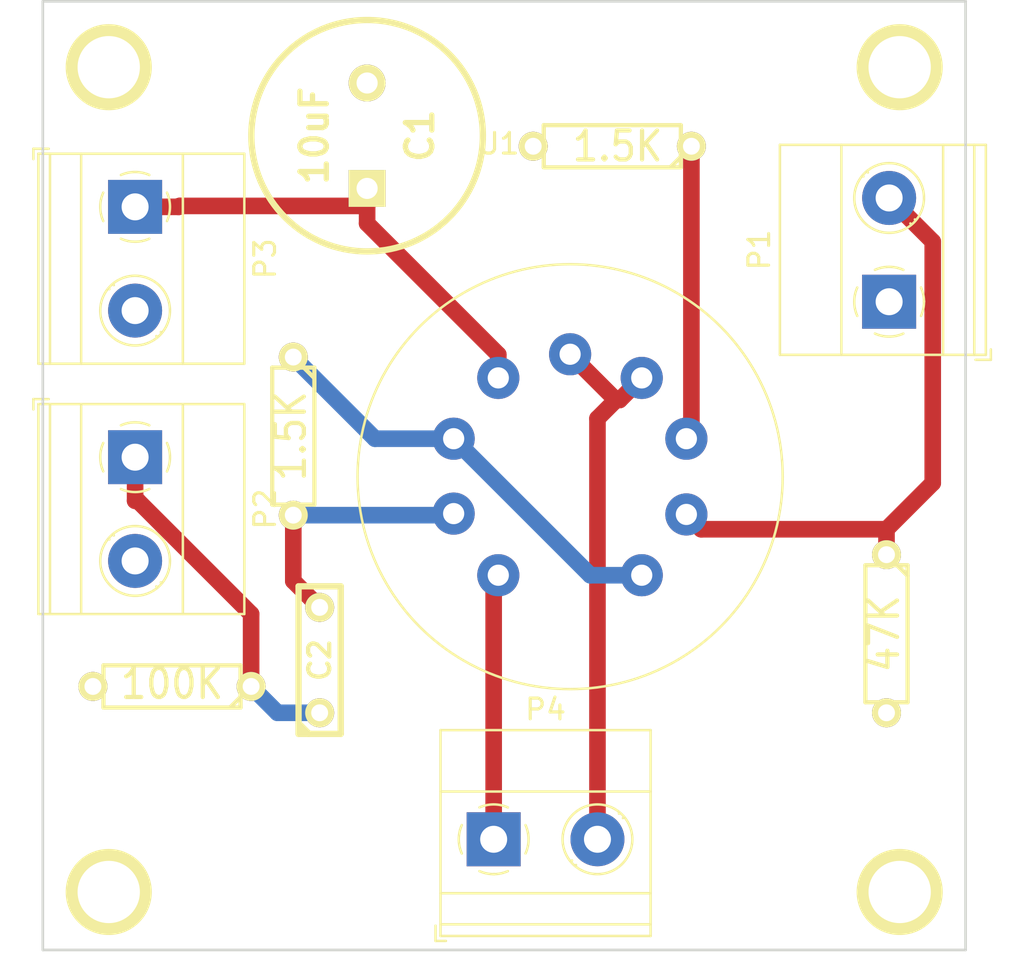
<source format=kicad_pcb>
(kicad_pcb (version 20171130) (host pcbnew 5.1.5-52549c5~84~ubuntu18.04.1)

  (general
    (thickness 1.6002)
    (drawings 4)
    (tracks 36)
    (zones 0)
    (modules 15)
    (nets 14)
  )

  (page A4)
  (layers
    (0 top_cu signal)
    (31 bottom_cu signal)
    (32 B.Adhes user)
    (33 F.Adhes user)
    (34 B.Paste user)
    (35 F.Paste user)
    (36 B.SilkS user)
    (37 F.SilkS user)
    (38 B.Mask user)
    (39 F.Mask user)
    (40 Dwgs.User user)
    (41 Cmts.User user)
    (42 Eco1.User user)
    (43 Eco2.User user)
    (44 Edge.Cuts user)
    (45 Margin user)
    (46 B.CrtYd user)
    (47 F.CrtYd user)
    (48 B.Fab user)
    (49 F.Fab user)
  )

  (setup
    (last_trace_width 0.8)
    (trace_clearance 0.4)
    (zone_clearance 0.635)
    (zone_45_only no)
    (trace_min 0.2)
    (via_size 1.2)
    (via_drill 0.6)
    (via_min_size 0.8)
    (via_min_drill 0.5)
    (uvia_size 0.508)
    (uvia_drill 0.127)
    (uvias_allowed no)
    (uvia_min_size 0.508)
    (uvia_min_drill 0.127)
    (edge_width 0.381)
    (segment_width 0.381)
    (pcb_text_width 0.3048)
    (pcb_text_size 1.524 2.032)
    (mod_edge_width 0.381)
    (mod_text_size 1.524 1.524)
    (mod_text_width 0.3048)
    (pad_size 2.794 1.397)
    (pad_drill 1.9304)
    (pad_to_mask_clearance 0.1)
    (aux_axis_origin 0 0)
    (visible_elements 7FFFFFFF)
    (pcbplotparams
      (layerselection 0x000f0_80000001)
      (usegerberextensions false)
      (usegerberattributes true)
      (usegerberadvancedattributes true)
      (creategerberjobfile true)
      (excludeedgelayer true)
      (linewidth 0.150000)
      (plotframeref false)
      (viasonmask false)
      (mode 1)
      (useauxorigin false)
      (hpglpennumber 1)
      (hpglpenspeed 20)
      (hpglpendiameter 15.000000)
      (psnegative false)
      (psa4output false)
      (plotreference true)
      (plotvalue true)
      (plotinvisibletext false)
      (padsonsilk false)
      (subtractmaskfromsilk false)
      (outputformat 1)
      (mirror false)
      (drillshape 0)
      (scaleselection 1)
      (outputdirectory ""))
  )

  (net 0 "")
  (net 1 GND)
  (net 2 "Net-(C1-Pad1)")
  (net 3 "Net-(C2-Pad1)")
  (net 4 "Net-(C2-Pad2)")
  (net 5 "Net-(P1-Pad2)")
  (net 6 "Net-(P4-Pad1)")
  (net 7 "Net-(P4-Pad2)")
  (net 8 "Net-(R1-Pad1)")
  (net 9 "Net-(R2-Pad1)")
  (net 10 "Net-(P5-Pad1)")
  (net 11 "Net-(P6-Pad1)")
  (net 12 "Net-(P7-Pad1)")
  (net 13 "Net-(P8-Pad1)")

  (net_class Default "Ceci est la Netclass par défaut"
    (clearance 0.4)
    (trace_width 0.8)
    (via_dia 1.2)
    (via_drill 0.6)
    (uvia_dia 0.508)
    (uvia_drill 0.127)
    (add_net GND)
    (add_net "Net-(C1-Pad1)")
    (add_net "Net-(C2-Pad1)")
    (add_net "Net-(C2-Pad2)")
    (add_net "Net-(P1-Pad2)")
    (add_net "Net-(P4-Pad1)")
    (add_net "Net-(P4-Pad2)")
    (add_net "Net-(P5-Pad1)")
    (add_net "Net-(P6-Pad1)")
    (add_net "Net-(P7-Pad1)")
    (add_net "Net-(P8-Pad1)")
    (add_net "Net-(R1-Pad1)")
    (add_net "Net-(R2-Pad1)")
  )

  (module Valve:Valve_ECC-83-1 (layer top_cu) (tedit 5A32B2BA) (tstamp 5A334CCC)
    (at 149.225 113.665)
    (descr "Valve ECC-83-1 round pins")
    (tags "Valve ECC-83-1 round pins")
    (path /48B4F266)
    (fp_text reference U1 (at -3.45 -16) (layer F.SilkS)
      (effects (font (size 1 1) (thickness 0.15)))
    )
    (fp_text value ECC83 (at -3.45 6.68) (layer F.Fab)
      (effects (font (size 1 1) (thickness 0.15)))
    )
    (fp_text user %R (at 0 0.05) (layer F.Fab)
      (effects (font (size 1 1) (thickness 0.15)))
    )
    (fp_circle (center 0 0.05) (end 0 -10.55) (layer F.CrtYd) (width 0.05))
    (fp_circle (center 0 0.05) (end 0 -10.1) (layer F.Fab) (width 0.1))
    (fp_circle (center 0 0.05) (end 10.16 1.32) (layer F.SilkS) (width 0.12))
    (pad 1 thru_hole circle (at 3.45 4.8) (size 2.03 2.03) (drill 1.02) (layers *.Cu *.Mask)
      (net 8 "Net-(R1-Pad1)"))
    (pad 2 thru_hole circle (at 5.6 1.87) (size 2.03 2.03) (drill 1.02) (layers *.Cu *.Mask)
      (net 5 "Net-(P1-Pad2)"))
    (pad 3 thru_hole circle (at 5.6 -1.78) (size 2.03 2.03) (drill 1.02) (layers *.Cu *.Mask)
      (net 9 "Net-(R2-Pad1)"))
    (pad 4 thru_hole circle (at 3.45 -4.71) (size 2.03 2.03) (drill 1.02) (layers *.Cu *.Mask)
      (net 7 "Net-(P4-Pad2)"))
    (pad 5 thru_hole circle (at 0 -5.85) (size 2.03 2.03) (drill 1.02) (layers *.Cu *.Mask)
      (net 7 "Net-(P4-Pad2)"))
    (pad 6 thru_hole circle (at -3.46 -4.71) (size 2.03 2.03) (drill 1.02) (layers *.Cu *.Mask)
      (net 2 "Net-(C1-Pad1)"))
    (pad 7 thru_hole circle (at -5.61 -1.78) (size 2.03 2.03) (drill 1.02) (layers *.Cu *.Mask)
      (net 8 "Net-(R1-Pad1)"))
    (pad 8 thru_hole circle (at -5.61 1.83) (size 2.03 2.03) (drill 1.02) (layers *.Cu *.Mask)
      (net 4 "Net-(C2-Pad2)"))
    (pad 9 thru_hole circle (at -3.46 4.8) (size 2.03 2.03) (drill 1.02) (layers *.Cu *.Mask)
      (net 6 "Net-(P4-Pad1)"))
    (model ${KISYS3DMOD}/Valve.3dshapes/Valve-ECC-83-1.wrl
      (at (xyz 0 0 0))
      (scale (xyz 1 1 1))
      (rotate (xyz 0 0 0))
    )
  )

  (module discret:R3 (layer top_cu) (tedit 54A57B4C) (tstamp 5A33370F)
    (at 130.048 123.825 180)
    (descr "Resitance 3 pas")
    (tags R)
    (path /4549F3AD)
    (autoplace_cost180 10)
    (fp_text reference R3 (at 0 0.127 180) (layer F.SilkS) hide
      (effects (font (size 1.397 1.27) (thickness 0.2032)))
    )
    (fp_text value 100K (at 0 0.127 180) (layer F.SilkS)
      (effects (font (size 1.397 1.27) (thickness 0.2032)))
    )
    (fp_line (start -3.81 0) (end -3.302 0) (layer F.SilkS) (width 0.2032))
    (fp_line (start 3.81 0) (end 3.302 0) (layer F.SilkS) (width 0.2032))
    (fp_line (start 3.302 0) (end 3.302 -1.016) (layer F.SilkS) (width 0.2032))
    (fp_line (start 3.302 -1.016) (end -3.302 -1.016) (layer F.SilkS) (width 0.2032))
    (fp_line (start -3.302 -1.016) (end -3.302 1.016) (layer F.SilkS) (width 0.2032))
    (fp_line (start -3.302 1.016) (end 3.302 1.016) (layer F.SilkS) (width 0.2032))
    (fp_line (start 3.302 1.016) (end 3.302 0) (layer F.SilkS) (width 0.2032))
    (fp_line (start -3.302 -0.508) (end -2.794 -1.016) (layer F.SilkS) (width 0.2032))
    (pad 1 thru_hole circle (at -3.81 0 180) (size 1.397 1.397) (drill 0.8128) (layers *.Cu *.Mask F.SilkS)
      (net 3 "Net-(C2-Pad1)"))
    (pad 2 thru_hole circle (at 3.81 0 180) (size 1.397 1.397) (drill 0.8128) (layers *.Cu *.Mask F.SilkS)
      (net 1 GND))
    (model Discret.3dshapes/R3.wrl
      (at (xyz 0 0 0))
      (scale (xyz 0.3 0.3 0.3))
      (rotate (xyz 0 0 0))
    )
  )

  (module TerminalBlock_Phoenix:TerminalBlock_Phoenix_MKDS-1,5-2_1x02_P5.00mm_Horizontal (layer top_cu) (tedit 5A082035) (tstamp 5A332F3A)
    (at 145.542 131.191)
    (descr "Terminal Block Phoenix MKDS-1,5-2, 2 pins, pitch 05mm, size 10.0x9.8mm^2, drill diamater 1.3mm, pad diameter 2.6mm, see http://www.farnell.com/datasheets/100425.pdf, script-generated using https://github.com/pointhi/kicad-footprint-generator/scripts/TerminalBlock_Phoenix")
    (tags "THT Terminal Block Phoenix MKDS-1.5-2 pitch 05mm size 10.0x9.8mm^2 drill 1.3mm pad 2.6mm")
    (path /456A8ACC)
    (fp_text reference P4 (at 2.5 -6.26) (layer F.SilkS)
      (effects (font (size 1 1) (thickness 0.15)))
    )
    (fp_text value CONN_2 (at 2.5 5.66) (layer F.Fab)
      (effects (font (size 1 1) (thickness 0.15)))
    )
    (fp_text user %R (at 2.5 3.2) (layer F.Fab)
      (effects (font (size 1 1) (thickness 0.15)))
    )
    (fp_line (start 8 -5.75) (end -3 -5.75) (layer F.CrtYd) (width 0.05))
    (fp_line (start 8 5.1) (end 8 -5.75) (layer F.CrtYd) (width 0.05))
    (fp_line (start -3 5.1) (end 8 5.1) (layer F.CrtYd) (width 0.05))
    (fp_line (start -3 -5.75) (end -3 5.1) (layer F.CrtYd) (width 0.05))
    (fp_line (start -2.8 4.9) (end -2.3 4.9) (layer F.SilkS) (width 0.12))
    (fp_line (start -2.8 4.16) (end -2.8 4.9) (layer F.SilkS) (width 0.12))
    (fp_line (start 3.773 1.023) (end 3.726 1.069) (layer F.SilkS) (width 0.12))
    (fp_line (start 6.07 -1.275) (end 6.035 -1.239) (layer F.SilkS) (width 0.12))
    (fp_line (start 3.966 1.239) (end 3.931 1.274) (layer F.SilkS) (width 0.12))
    (fp_line (start 6.275 -1.069) (end 6.228 -1.023) (layer F.SilkS) (width 0.12))
    (fp_line (start 5.955 -1.138) (end 3.863 0.955) (layer F.Fab) (width 0.1))
    (fp_line (start 6.138 -0.955) (end 4.046 1.138) (layer F.Fab) (width 0.1))
    (fp_line (start 0.955 -1.138) (end -1.138 0.955) (layer F.Fab) (width 0.1))
    (fp_line (start 1.138 -0.955) (end -0.955 1.138) (layer F.Fab) (width 0.1))
    (fp_line (start 7.56 -5.261) (end 7.56 4.66) (layer F.SilkS) (width 0.12))
    (fp_line (start -2.56 -5.261) (end -2.56 4.66) (layer F.SilkS) (width 0.12))
    (fp_line (start -2.56 4.66) (end 7.56 4.66) (layer F.SilkS) (width 0.12))
    (fp_line (start -2.56 -5.261) (end 7.56 -5.261) (layer F.SilkS) (width 0.12))
    (fp_line (start -2.56 -2.301) (end 7.56 -2.301) (layer F.SilkS) (width 0.12))
    (fp_line (start -2.5 -2.3) (end 7.5 -2.3) (layer F.Fab) (width 0.1))
    (fp_line (start -2.56 2.6) (end 7.56 2.6) (layer F.SilkS) (width 0.12))
    (fp_line (start -2.5 2.6) (end 7.5 2.6) (layer F.Fab) (width 0.1))
    (fp_line (start -2.56 4.1) (end 7.56 4.1) (layer F.SilkS) (width 0.12))
    (fp_line (start -2.5 4.1) (end 7.5 4.1) (layer F.Fab) (width 0.1))
    (fp_line (start -2.5 4.1) (end -2.5 -5.2) (layer F.Fab) (width 0.1))
    (fp_line (start -2 4.6) (end -2.5 4.1) (layer F.Fab) (width 0.1))
    (fp_line (start 7.5 4.6) (end -2 4.6) (layer F.Fab) (width 0.1))
    (fp_line (start 7.5 -5.2) (end 7.5 4.6) (layer F.Fab) (width 0.1))
    (fp_line (start -2.5 -5.2) (end 7.5 -5.2) (layer F.Fab) (width 0.1))
    (fp_circle (center 5 0) (end 6.68 0) (layer F.SilkS) (width 0.12))
    (fp_circle (center 5 0) (end 6.5 0) (layer F.Fab) (width 0.1))
    (fp_circle (center 0 0) (end 1.5 0) (layer F.Fab) (width 0.1))
    (fp_arc (start 0 0) (end -0.684 1.535) (angle -25) (layer F.SilkS) (width 0.12))
    (fp_arc (start 0 0) (end -1.535 -0.684) (angle -48) (layer F.SilkS) (width 0.12))
    (fp_arc (start 0 0) (end 0.684 -1.535) (angle -48) (layer F.SilkS) (width 0.12))
    (fp_arc (start 0 0) (end 1.535 0.684) (angle -48) (layer F.SilkS) (width 0.12))
    (fp_arc (start 0 0) (end 0 1.68) (angle -24) (layer F.SilkS) (width 0.12))
    (pad 2 thru_hole circle (at 5 0) (size 2.6 2.6) (drill 1.3) (layers *.Cu *.Mask)
      (net 7 "Net-(P4-Pad2)"))
    (pad 1 thru_hole rect (at 0 0) (size 2.6 2.6) (drill 1.3) (layers *.Cu *.Mask)
      (net 6 "Net-(P4-Pad1)"))
    (model ${KISYS3DMOD}/Terminal_Blocks.3dshapes/TerminalBlock_Pheonix_MKDS1.5-2pol.wrl
      (offset (xyz 2.54 0 0))
      (scale (xyz 1 1 1))
      (rotate (xyz 0 0 0))
    )
  )

  (module TerminalBlock_Phoenix:TerminalBlock_Phoenix_MKDS-1,5-2_1x02_P5.00mm_Horizontal (layer top_cu) (tedit 5A082035) (tstamp 5A332F0F)
    (at 128.27 100.711 270)
    (descr "Terminal Block Phoenix MKDS-1,5-2, 2 pins, pitch 05mm, size 10.0x9.8mm^2, drill diamater 1.3mm, pad diameter 2.6mm, see http://www.farnell.com/datasheets/100425.pdf, script-generated using https://github.com/pointhi/kicad-footprint-generator/scripts/TerminalBlock_Phoenix")
    (tags "THT Terminal Block Phoenix MKDS-1.5-2 pitch 05mm size 10.0x9.8mm^2 drill 1.3mm pad 2.6mm")
    (path /4549F4A5)
    (fp_text reference P3 (at 2.5 -6.26 270) (layer F.SilkS)
      (effects (font (size 1 1) (thickness 0.15)))
    )
    (fp_text value POWER (at 2.5 5.66 270) (layer F.Fab)
      (effects (font (size 1 1) (thickness 0.15)))
    )
    (fp_arc (start 0 0) (end 0 1.68) (angle -24) (layer F.SilkS) (width 0.12))
    (fp_arc (start 0 0) (end 1.535 0.684) (angle -48) (layer F.SilkS) (width 0.12))
    (fp_arc (start 0 0) (end 0.684 -1.535) (angle -48) (layer F.SilkS) (width 0.12))
    (fp_arc (start 0 0) (end -1.535 -0.684) (angle -48) (layer F.SilkS) (width 0.12))
    (fp_arc (start 0 0) (end -0.684 1.535) (angle -25) (layer F.SilkS) (width 0.12))
    (fp_circle (center 0 0) (end 1.5 0) (layer F.Fab) (width 0.1))
    (fp_circle (center 5 0) (end 6.5 0) (layer F.Fab) (width 0.1))
    (fp_circle (center 5 0) (end 6.68 0) (layer F.SilkS) (width 0.12))
    (fp_line (start -2.5 -5.2) (end 7.5 -5.2) (layer F.Fab) (width 0.1))
    (fp_line (start 7.5 -5.2) (end 7.5 4.6) (layer F.Fab) (width 0.1))
    (fp_line (start 7.5 4.6) (end -2 4.6) (layer F.Fab) (width 0.1))
    (fp_line (start -2 4.6) (end -2.5 4.1) (layer F.Fab) (width 0.1))
    (fp_line (start -2.5 4.1) (end -2.5 -5.2) (layer F.Fab) (width 0.1))
    (fp_line (start -2.5 4.1) (end 7.5 4.1) (layer F.Fab) (width 0.1))
    (fp_line (start -2.56 4.1) (end 7.56 4.1) (layer F.SilkS) (width 0.12))
    (fp_line (start -2.5 2.6) (end 7.5 2.6) (layer F.Fab) (width 0.1))
    (fp_line (start -2.56 2.6) (end 7.56 2.6) (layer F.SilkS) (width 0.12))
    (fp_line (start -2.5 -2.3) (end 7.5 -2.3) (layer F.Fab) (width 0.1))
    (fp_line (start -2.56 -2.301) (end 7.56 -2.301) (layer F.SilkS) (width 0.12))
    (fp_line (start -2.56 -5.261) (end 7.56 -5.261) (layer F.SilkS) (width 0.12))
    (fp_line (start -2.56 4.66) (end 7.56 4.66) (layer F.SilkS) (width 0.12))
    (fp_line (start -2.56 -5.261) (end -2.56 4.66) (layer F.SilkS) (width 0.12))
    (fp_line (start 7.56 -5.261) (end 7.56 4.66) (layer F.SilkS) (width 0.12))
    (fp_line (start 1.138 -0.955) (end -0.955 1.138) (layer F.Fab) (width 0.1))
    (fp_line (start 0.955 -1.138) (end -1.138 0.955) (layer F.Fab) (width 0.1))
    (fp_line (start 6.138 -0.955) (end 4.046 1.138) (layer F.Fab) (width 0.1))
    (fp_line (start 5.955 -1.138) (end 3.863 0.955) (layer F.Fab) (width 0.1))
    (fp_line (start 6.275 -1.069) (end 6.228 -1.023) (layer F.SilkS) (width 0.12))
    (fp_line (start 3.966 1.239) (end 3.931 1.274) (layer F.SilkS) (width 0.12))
    (fp_line (start 6.07 -1.275) (end 6.035 -1.239) (layer F.SilkS) (width 0.12))
    (fp_line (start 3.773 1.023) (end 3.726 1.069) (layer F.SilkS) (width 0.12))
    (fp_line (start -2.8 4.16) (end -2.8 4.9) (layer F.SilkS) (width 0.12))
    (fp_line (start -2.8 4.9) (end -2.3 4.9) (layer F.SilkS) (width 0.12))
    (fp_line (start -3 -5.75) (end -3 5.1) (layer F.CrtYd) (width 0.05))
    (fp_line (start -3 5.1) (end 8 5.1) (layer F.CrtYd) (width 0.05))
    (fp_line (start 8 5.1) (end 8 -5.75) (layer F.CrtYd) (width 0.05))
    (fp_line (start 8 -5.75) (end -3 -5.75) (layer F.CrtYd) (width 0.05))
    (fp_text user %R (at 2.5 3.2 270) (layer F.Fab)
      (effects (font (size 1 1) (thickness 0.15)))
    )
    (pad 1 thru_hole rect (at 0 0 270) (size 2.6 2.6) (drill 1.3) (layers *.Cu *.Mask)
      (net 2 "Net-(C1-Pad1)"))
    (pad 2 thru_hole circle (at 5 0 270) (size 2.6 2.6) (drill 1.3) (layers *.Cu *.Mask)
      (net 1 GND))
    (model ${KISYS3DMOD}/Terminal_Blocks.3dshapes/TerminalBlock_Pheonix_MKDS1.5-2pol.wrl
      (offset (xyz 2.54 0 0))
      (scale (xyz 1 1 1))
      (rotate (xyz 0 0 0))
    )
  )

  (module TerminalBlock_Phoenix:TerminalBlock_Phoenix_MKDS-1,5-2_1x02_P5.00mm_Horizontal (layer top_cu) (tedit 5A082035) (tstamp 5A332EE4)
    (at 128.27 112.776 270)
    (descr "Terminal Block Phoenix MKDS-1,5-2, 2 pins, pitch 05mm, size 10.0x9.8mm^2, drill diamater 1.3mm, pad diameter 2.6mm, see http://www.farnell.com/datasheets/100425.pdf, script-generated using https://github.com/pointhi/kicad-footprint-generator/scripts/TerminalBlock_Phoenix")
    (tags "THT Terminal Block Phoenix MKDS-1.5-2 pitch 05mm size 10.0x9.8mm^2 drill 1.3mm pad 2.6mm")
    (path /4549F46C)
    (fp_text reference P2 (at 2.5 -6.26 270) (layer F.SilkS)
      (effects (font (size 1 1) (thickness 0.15)))
    )
    (fp_text value OUT (at 2.5 5.66 270) (layer F.Fab)
      (effects (font (size 1 1) (thickness 0.15)))
    )
    (fp_text user %R (at 2.5 3.2 270) (layer F.Fab)
      (effects (font (size 1 1) (thickness 0.15)))
    )
    (fp_line (start 8 -5.75) (end -3 -5.75) (layer F.CrtYd) (width 0.05))
    (fp_line (start 8 5.1) (end 8 -5.75) (layer F.CrtYd) (width 0.05))
    (fp_line (start -3 5.1) (end 8 5.1) (layer F.CrtYd) (width 0.05))
    (fp_line (start -3 -5.75) (end -3 5.1) (layer F.CrtYd) (width 0.05))
    (fp_line (start -2.8 4.9) (end -2.3 4.9) (layer F.SilkS) (width 0.12))
    (fp_line (start -2.8 4.16) (end -2.8 4.9) (layer F.SilkS) (width 0.12))
    (fp_line (start 3.773 1.023) (end 3.726 1.069) (layer F.SilkS) (width 0.12))
    (fp_line (start 6.07 -1.275) (end 6.035 -1.239) (layer F.SilkS) (width 0.12))
    (fp_line (start 3.966 1.239) (end 3.931 1.274) (layer F.SilkS) (width 0.12))
    (fp_line (start 6.275 -1.069) (end 6.228 -1.023) (layer F.SilkS) (width 0.12))
    (fp_line (start 5.955 -1.138) (end 3.863 0.955) (layer F.Fab) (width 0.1))
    (fp_line (start 6.138 -0.955) (end 4.046 1.138) (layer F.Fab) (width 0.1))
    (fp_line (start 0.955 -1.138) (end -1.138 0.955) (layer F.Fab) (width 0.1))
    (fp_line (start 1.138 -0.955) (end -0.955 1.138) (layer F.Fab) (width 0.1))
    (fp_line (start 7.56 -5.261) (end 7.56 4.66) (layer F.SilkS) (width 0.12))
    (fp_line (start -2.56 -5.261) (end -2.56 4.66) (layer F.SilkS) (width 0.12))
    (fp_line (start -2.56 4.66) (end 7.56 4.66) (layer F.SilkS) (width 0.12))
    (fp_line (start -2.56 -5.261) (end 7.56 -5.261) (layer F.SilkS) (width 0.12))
    (fp_line (start -2.56 -2.301) (end 7.56 -2.301) (layer F.SilkS) (width 0.12))
    (fp_line (start -2.5 -2.3) (end 7.5 -2.3) (layer F.Fab) (width 0.1))
    (fp_line (start -2.56 2.6) (end 7.56 2.6) (layer F.SilkS) (width 0.12))
    (fp_line (start -2.5 2.6) (end 7.5 2.6) (layer F.Fab) (width 0.1))
    (fp_line (start -2.56 4.1) (end 7.56 4.1) (layer F.SilkS) (width 0.12))
    (fp_line (start -2.5 4.1) (end 7.5 4.1) (layer F.Fab) (width 0.1))
    (fp_line (start -2.5 4.1) (end -2.5 -5.2) (layer F.Fab) (width 0.1))
    (fp_line (start -2 4.6) (end -2.5 4.1) (layer F.Fab) (width 0.1))
    (fp_line (start 7.5 4.6) (end -2 4.6) (layer F.Fab) (width 0.1))
    (fp_line (start 7.5 -5.2) (end 7.5 4.6) (layer F.Fab) (width 0.1))
    (fp_line (start -2.5 -5.2) (end 7.5 -5.2) (layer F.Fab) (width 0.1))
    (fp_circle (center 5 0) (end 6.68 0) (layer F.SilkS) (width 0.12))
    (fp_circle (center 5 0) (end 6.5 0) (layer F.Fab) (width 0.1))
    (fp_circle (center 0 0) (end 1.5 0) (layer F.Fab) (width 0.1))
    (fp_arc (start 0 0) (end -0.684 1.535) (angle -25) (layer F.SilkS) (width 0.12))
    (fp_arc (start 0 0) (end -1.535 -0.684) (angle -48) (layer F.SilkS) (width 0.12))
    (fp_arc (start 0 0) (end 0.684 -1.535) (angle -48) (layer F.SilkS) (width 0.12))
    (fp_arc (start 0 0) (end 1.535 0.684) (angle -48) (layer F.SilkS) (width 0.12))
    (fp_arc (start 0 0) (end 0 1.68) (angle -24) (layer F.SilkS) (width 0.12))
    (pad 2 thru_hole circle (at 5 0 270) (size 2.6 2.6) (drill 1.3) (layers *.Cu *.Mask)
      (net 1 GND))
    (pad 1 thru_hole rect (at 0 0 270) (size 2.6 2.6) (drill 1.3) (layers *.Cu *.Mask)
      (net 3 "Net-(C2-Pad1)"))
    (model ${KISYS3DMOD}/Terminal_Blocks.3dshapes/TerminalBlock_Pheonix_MKDS1.5-2pol.wrl
      (offset (xyz 2.54 0 0))
      (scale (xyz 1 1 1))
      (rotate (xyz 0 0 0))
    )
  )

  (module TerminalBlock_Phoenix:TerminalBlock_Phoenix_MKDS-1,5-2_1x02_P5.00mm_Horizontal (layer top_cu) (tedit 5A082035) (tstamp 5A332EB9)
    (at 164.592 105.283 90)
    (descr "Terminal Block Phoenix MKDS-1,5-2, 2 pins, pitch 05mm, size 10.0x9.8mm^2, drill diamater 1.3mm, pad diameter 2.6mm, see http://www.farnell.com/datasheets/100425.pdf, script-generated using https://github.com/pointhi/kicad-footprint-generator/scripts/TerminalBlock_Phoenix")
    (tags "THT Terminal Block Phoenix MKDS-1.5-2 pitch 05mm size 10.0x9.8mm^2 drill 1.3mm pad 2.6mm")
    (path /4549F464)
    (fp_text reference P1 (at 2.5 -6.26 90) (layer F.SilkS)
      (effects (font (size 1 1) (thickness 0.15)))
    )
    (fp_text value IN (at 2.5 5.66 90) (layer F.Fab)
      (effects (font (size 1 1) (thickness 0.15)))
    )
    (fp_arc (start 0 0) (end 0 1.68) (angle -24) (layer F.SilkS) (width 0.12))
    (fp_arc (start 0 0) (end 1.535 0.684) (angle -48) (layer F.SilkS) (width 0.12))
    (fp_arc (start 0 0) (end 0.684 -1.535) (angle -48) (layer F.SilkS) (width 0.12))
    (fp_arc (start 0 0) (end -1.535 -0.684) (angle -48) (layer F.SilkS) (width 0.12))
    (fp_arc (start 0 0) (end -0.684 1.535) (angle -25) (layer F.SilkS) (width 0.12))
    (fp_circle (center 0 0) (end 1.5 0) (layer F.Fab) (width 0.1))
    (fp_circle (center 5 0) (end 6.5 0) (layer F.Fab) (width 0.1))
    (fp_circle (center 5 0) (end 6.68 0) (layer F.SilkS) (width 0.12))
    (fp_line (start -2.5 -5.2) (end 7.5 -5.2) (layer F.Fab) (width 0.1))
    (fp_line (start 7.5 -5.2) (end 7.5 4.6) (layer F.Fab) (width 0.1))
    (fp_line (start 7.5 4.6) (end -2 4.6) (layer F.Fab) (width 0.1))
    (fp_line (start -2 4.6) (end -2.5 4.1) (layer F.Fab) (width 0.1))
    (fp_line (start -2.5 4.1) (end -2.5 -5.2) (layer F.Fab) (width 0.1))
    (fp_line (start -2.5 4.1) (end 7.5 4.1) (layer F.Fab) (width 0.1))
    (fp_line (start -2.56 4.1) (end 7.56 4.1) (layer F.SilkS) (width 0.12))
    (fp_line (start -2.5 2.6) (end 7.5 2.6) (layer F.Fab) (width 0.1))
    (fp_line (start -2.56 2.6) (end 7.56 2.6) (layer F.SilkS) (width 0.12))
    (fp_line (start -2.5 -2.3) (end 7.5 -2.3) (layer F.Fab) (width 0.1))
    (fp_line (start -2.56 -2.301) (end 7.56 -2.301) (layer F.SilkS) (width 0.12))
    (fp_line (start -2.56 -5.261) (end 7.56 -5.261) (layer F.SilkS) (width 0.12))
    (fp_line (start -2.56 4.66) (end 7.56 4.66) (layer F.SilkS) (width 0.12))
    (fp_line (start -2.56 -5.261) (end -2.56 4.66) (layer F.SilkS) (width 0.12))
    (fp_line (start 7.56 -5.261) (end 7.56 4.66) (layer F.SilkS) (width 0.12))
    (fp_line (start 1.138 -0.955) (end -0.955 1.138) (layer F.Fab) (width 0.1))
    (fp_line (start 0.955 -1.138) (end -1.138 0.955) (layer F.Fab) (width 0.1))
    (fp_line (start 6.138 -0.955) (end 4.046 1.138) (layer F.Fab) (width 0.1))
    (fp_line (start 5.955 -1.138) (end 3.863 0.955) (layer F.Fab) (width 0.1))
    (fp_line (start 6.275 -1.069) (end 6.228 -1.023) (layer F.SilkS) (width 0.12))
    (fp_line (start 3.966 1.239) (end 3.931 1.274) (layer F.SilkS) (width 0.12))
    (fp_line (start 6.07 -1.275) (end 6.035 -1.239) (layer F.SilkS) (width 0.12))
    (fp_line (start 3.773 1.023) (end 3.726 1.069) (layer F.SilkS) (width 0.12))
    (fp_line (start -2.8 4.16) (end -2.8 4.9) (layer F.SilkS) (width 0.12))
    (fp_line (start -2.8 4.9) (end -2.3 4.9) (layer F.SilkS) (width 0.12))
    (fp_line (start -3 -5.75) (end -3 5.1) (layer F.CrtYd) (width 0.05))
    (fp_line (start -3 5.1) (end 8 5.1) (layer F.CrtYd) (width 0.05))
    (fp_line (start 8 5.1) (end 8 -5.75) (layer F.CrtYd) (width 0.05))
    (fp_line (start 8 -5.75) (end -3 -5.75) (layer F.CrtYd) (width 0.05))
    (fp_text user %R (at 2.5 3.2 90) (layer F.Fab)
      (effects (font (size 1 1) (thickness 0.15)))
    )
    (pad 1 thru_hole rect (at 0 0 90) (size 2.6 2.6) (drill 1.3) (layers *.Cu *.Mask)
      (net 1 GND))
    (pad 2 thru_hole circle (at 5 0 90) (size 2.6 2.6) (drill 1.3) (layers *.Cu *.Mask)
      (net 5 "Net-(P1-Pad2)"))
    (model ${KISYS3DMOD}/Terminal_Blocks.3dshapes/TerminalBlock_Pheonix_MKDS1.5-2pol.wrl
      (offset (xyz 2.54 0 0))
      (scale (xyz 1 1 1))
      (rotate (xyz 0 0 0))
    )
  )

  (module discret:C2V10 (layer top_cu) (tedit 54A57B4C) (tstamp 54A581E5)
    (at 139.446 97.282 90)
    (descr "Condensateur polarise")
    (tags CP)
    (path /4549F4BE)
    (fp_text reference C1 (at 0 2.54 90) (layer F.SilkS)
      (effects (font (size 1.27 1.27) (thickness 0.254)))
    )
    (fp_text value 10uF (at 0 -2.54 90) (layer F.SilkS)
      (effects (font (size 1.27 1.27) (thickness 0.254)))
    )
    (fp_circle (center 0 0) (end 4.826 -2.794) (layer F.SilkS) (width 0.3048))
    (pad 1 thru_hole rect (at -2.54 0 90) (size 1.778 1.778) (drill 1.016) (layers *.Cu *.Mask F.SilkS)
      (net 2 "Net-(C1-Pad1)"))
    (pad 2 thru_hole circle (at 2.54 0 90) (size 1.778 1.778) (drill 1.016) (layers *.Cu *.Mask F.SilkS)
      (net 1 GND))
    (model Discret.3dshapes/C2V10.wrl
      (at (xyz 0 0 0))
      (scale (xyz 1 1 1))
      (rotate (xyz 0 0 0))
    )
  )

  (module discret:C2 (layer top_cu) (tedit 54A57B4C) (tstamp 54A581EA)
    (at 137.16 122.555 90)
    (descr "Condensateur = 2 pas")
    (tags C)
    (path /4549F3BE)
    (fp_text reference C2 (at 0 0 90) (layer F.SilkS)
      (effects (font (size 1.016 1.016) (thickness 0.2032)))
    )
    (fp_text value 680nF (at 0 0 90) (layer F.SilkS) hide
      (effects (font (size 1.016 1.016) (thickness 0.2032)))
    )
    (fp_line (start -3.556 -1.016) (end 3.556 -1.016) (layer F.SilkS) (width 0.3048))
    (fp_line (start 3.556 -1.016) (end 3.556 1.016) (layer F.SilkS) (width 0.3048))
    (fp_line (start 3.556 1.016) (end -3.556 1.016) (layer F.SilkS) (width 0.3048))
    (fp_line (start -3.556 1.016) (end -3.556 -1.016) (layer F.SilkS) (width 0.3048))
    (fp_line (start -3.556 -0.508) (end -3.048 -1.016) (layer F.SilkS) (width 0.3048))
    (pad 1 thru_hole circle (at -2.54 0 90) (size 1.397 1.397) (drill 0.8128) (layers *.Cu *.Mask F.SilkS)
      (net 3 "Net-(C2-Pad1)"))
    (pad 2 thru_hole circle (at 2.54 0 90) (size 1.397 1.397) (drill 0.8128) (layers *.Cu *.Mask F.SilkS)
      (net 4 "Net-(C2-Pad2)"))
    (model Discret.3dshapes/C2.wrl
      (at (xyz 0 0 0))
      (scale (xyz 1 1 1))
      (rotate (xyz 0 0 0))
    )
  )

  (module connect:1pin (layer top_cu) (tedit 54A588DF) (tstamp 54A58203)
    (at 127 93.98)
    (descr "module 1 pin (ou trou mecanique de percage)")
    (tags DEV)
    (path /54A5890A)
    (fp_text reference P5 (at 0 -3) (layer F.SilkS) hide
      (effects (font (size 1 1) (thickness 0.15)))
    )
    (fp_text value CONN_1 (at 0 2) (layer F.SilkS) hide
      (effects (font (size 1 1) (thickness 0.15)))
    )
    (fp_circle (center 0 0) (end 0 -2) (layer F.SilkS) (width 0.15))
    (pad 1 thru_hole circle (at 0 0) (size 4 4) (drill 3) (layers *.Cu *.Mask F.SilkS)
      (net 10 "Net-(P5-Pad1)"))
  )

  (module connect:1pin (layer top_cu) (tedit 54A588E7) (tstamp 54A58207)
    (at 165.1 93.98)
    (descr "module 1 pin (ou trou mecanique de percage)")
    (tags DEV)
    (path /54A58C65)
    (fp_text reference P6 (at 0 -3) (layer F.SilkS) hide
      (effects (font (size 1 1) (thickness 0.15)))
    )
    (fp_text value CONN_1 (at 0 2) (layer F.SilkS) hide
      (effects (font (size 1 1) (thickness 0.15)))
    )
    (fp_circle (center 0 0) (end 0 -2) (layer F.SilkS) (width 0.15))
    (pad 1 thru_hole circle (at 0 0) (size 4 4) (drill 3) (layers *.Cu *.Mask F.SilkS)
      (net 11 "Net-(P6-Pad1)"))
  )

  (module connect:1pin (layer top_cu) (tedit 54A588EE) (tstamp 54A5820B)
    (at 165.1 133.731)
    (descr "module 1 pin (ou trou mecanique de percage)")
    (tags DEV)
    (path /54A58C8A)
    (fp_text reference P7 (at 0 -3) (layer F.SilkS) hide
      (effects (font (size 1 1) (thickness 0.15)))
    )
    (fp_text value CONN_1 (at 0 2) (layer F.SilkS) hide
      (effects (font (size 1 1) (thickness 0.15)))
    )
    (fp_circle (center 0 0) (end 0 -2) (layer F.SilkS) (width 0.15))
    (pad 1 thru_hole circle (at 0 0) (size 4 4) (drill 3) (layers *.Cu *.Mask F.SilkS)
      (net 12 "Net-(P7-Pad1)"))
  )

  (module connect:1pin (layer top_cu) (tedit 54A588F3) (tstamp 54A5820F)
    (at 127 133.731)
    (descr "module 1 pin (ou trou mecanique de percage)")
    (tags DEV)
    (path /54A58CA3)
    (fp_text reference P8 (at 0 -3) (layer F.SilkS) hide
      (effects (font (size 1 1) (thickness 0.15)))
    )
    (fp_text value CONN_1 (at 0 2) (layer F.SilkS) hide
      (effects (font (size 1 1) (thickness 0.15)))
    )
    (fp_circle (center 0 0) (end 0 -2) (layer F.SilkS) (width 0.15))
    (pad 1 thru_hole circle (at 0 0) (size 4 4) (drill 3) (layers *.Cu *.Mask F.SilkS)
      (net 13 "Net-(P8-Pad1)"))
  )

  (module discret:R3 (layer top_cu) (tedit 54A57B4C) (tstamp 54A58213)
    (at 135.89 111.76 270)
    (descr "Resitance 3 pas")
    (tags R)
    (path /4549F38A)
    (autoplace_cost180 10)
    (fp_text reference R1 (at 0 0.127 270) (layer F.SilkS) hide
      (effects (font (size 1.397 1.27) (thickness 0.2032)))
    )
    (fp_text value 1.5K (at 0 0.127 270) (layer F.SilkS)
      (effects (font (size 1.397 1.27) (thickness 0.2032)))
    )
    (fp_line (start -3.81 0) (end -3.302 0) (layer F.SilkS) (width 0.2032))
    (fp_line (start 3.81 0) (end 3.302 0) (layer F.SilkS) (width 0.2032))
    (fp_line (start 3.302 0) (end 3.302 -1.016) (layer F.SilkS) (width 0.2032))
    (fp_line (start 3.302 -1.016) (end -3.302 -1.016) (layer F.SilkS) (width 0.2032))
    (fp_line (start -3.302 -1.016) (end -3.302 1.016) (layer F.SilkS) (width 0.2032))
    (fp_line (start -3.302 1.016) (end 3.302 1.016) (layer F.SilkS) (width 0.2032))
    (fp_line (start 3.302 1.016) (end 3.302 0) (layer F.SilkS) (width 0.2032))
    (fp_line (start -3.302 -0.508) (end -2.794 -1.016) (layer F.SilkS) (width 0.2032))
    (pad 1 thru_hole circle (at -3.81 0 270) (size 1.397 1.397) (drill 0.8128) (layers *.Cu *.Mask F.SilkS)
      (net 8 "Net-(R1-Pad1)"))
    (pad 2 thru_hole circle (at 3.81 0 270) (size 1.397 1.397) (drill 0.8128) (layers *.Cu *.Mask F.SilkS)
      (net 4 "Net-(C2-Pad2)"))
    (model Discret.3dshapes/R3.wrl
      (at (xyz 0 0 0))
      (scale (xyz 0.3 0.3 0.3))
      (rotate (xyz 0 0 0))
    )
  )

  (module discret:R3 (layer top_cu) (tedit 54A57B4C) (tstamp 54A58218)
    (at 151.257 97.79 180)
    (descr "Resitance 3 pas")
    (tags R)
    (path /4549F39D)
    (autoplace_cost180 10)
    (fp_text reference R2 (at 0 1.905) (layer F.SilkS) hide
      (effects (font (size 1.397 1.27) (thickness 0.2032)))
    )
    (fp_text value 1.5K (at -0.254 0) (layer F.SilkS)
      (effects (font (size 1.397 1.27) (thickness 0.2032)))
    )
    (fp_line (start -3.81 0) (end -3.302 0) (layer F.SilkS) (width 0.2032))
    (fp_line (start 3.81 0) (end 3.302 0) (layer F.SilkS) (width 0.2032))
    (fp_line (start 3.302 0) (end 3.302 -1.016) (layer F.SilkS) (width 0.2032))
    (fp_line (start 3.302 -1.016) (end -3.302 -1.016) (layer F.SilkS) (width 0.2032))
    (fp_line (start -3.302 -1.016) (end -3.302 1.016) (layer F.SilkS) (width 0.2032))
    (fp_line (start -3.302 1.016) (end 3.302 1.016) (layer F.SilkS) (width 0.2032))
    (fp_line (start 3.302 1.016) (end 3.302 0) (layer F.SilkS) (width 0.2032))
    (fp_line (start -3.302 -0.508) (end -2.794 -1.016) (layer F.SilkS) (width 0.2032))
    (pad 1 thru_hole circle (at -3.81 0 180) (size 1.397 1.397) (drill 0.8128) (layers *.Cu *.Mask F.SilkS)
      (net 9 "Net-(R2-Pad1)"))
    (pad 2 thru_hole circle (at 3.81 0 180) (size 1.397 1.397) (drill 0.8128) (layers *.Cu *.Mask F.SilkS)
      (net 1 GND))
    (model Discret.3dshapes/R3.wrl
      (at (xyz 0 0 0))
      (scale (xyz 0.3 0.3 0.3))
      (rotate (xyz 0 0 0))
    )
  )

  (module discret:R3 (layer top_cu) (tedit 54A57B4C) (tstamp 54A58222)
    (at 164.465 121.285 270)
    (descr "Resitance 3 pas")
    (tags R)
    (path /4549F3A2)
    (autoplace_cost180 10)
    (fp_text reference R4 (at 0.254 2.286 270) (layer F.SilkS) hide
      (effects (font (size 1.397 1.27) (thickness 0.2032)))
    )
    (fp_text value 47K (at 0 0.127 270) (layer F.SilkS)
      (effects (font (size 1.397 1.27) (thickness 0.2032)))
    )
    (fp_line (start -3.81 0) (end -3.302 0) (layer F.SilkS) (width 0.2032))
    (fp_line (start 3.81 0) (end 3.302 0) (layer F.SilkS) (width 0.2032))
    (fp_line (start 3.302 0) (end 3.302 -1.016) (layer F.SilkS) (width 0.2032))
    (fp_line (start 3.302 -1.016) (end -3.302 -1.016) (layer F.SilkS) (width 0.2032))
    (fp_line (start -3.302 -1.016) (end -3.302 1.016) (layer F.SilkS) (width 0.2032))
    (fp_line (start -3.302 1.016) (end 3.302 1.016) (layer F.SilkS) (width 0.2032))
    (fp_line (start 3.302 1.016) (end 3.302 0) (layer F.SilkS) (width 0.2032))
    (fp_line (start -3.302 -0.508) (end -2.794 -1.016) (layer F.SilkS) (width 0.2032))
    (pad 1 thru_hole circle (at -3.81 0 270) (size 1.397 1.397) (drill 0.8128) (layers *.Cu *.Mask F.SilkS)
      (net 5 "Net-(P1-Pad2)"))
    (pad 2 thru_hole circle (at 3.81 0 270) (size 1.397 1.397) (drill 0.8128) (layers *.Cu *.Mask F.SilkS)
      (net 1 GND))
    (model Discret.3dshapes/R3.wrl
      (at (xyz 0 0 0))
      (scale (xyz 0.3 0.3 0.3))
      (rotate (xyz 0 0 0))
    )
  )

  (gr_line (start 123.825 136.525) (end 168.275 136.525) (angle 90) (layer Edge.Cuts) (width 0.127))
  (gr_line (start 168.275 90.805) (end 123.825 90.805) (angle 90) (layer Edge.Cuts) (width 0.127))
  (gr_line (start 168.275 90.805) (end 168.275 136.525) (angle 90) (layer Edge.Cuts) (width 0.127) (tstamp 5A3345B3))
  (gr_line (start 123.825 90.805) (end 123.825 136.525) (angle 90) (layer Edge.Cuts) (width 0.127))

  (segment (start 128.27 100.711) (end 130.3703 100.711) (width 0.8) (layer top_cu) (net 2))
  (segment (start 139.446 100.6666) (end 130.4147 100.6666) (width 0.8) (layer top_cu) (net 2))
  (segment (start 130.4147 100.6666) (end 130.3703 100.711) (width 0.8) (layer top_cu) (net 2))
  (segment (start 139.446 100.6666) (end 139.446 101.5113) (width 0.8) (layer top_cu) (net 2))
  (segment (start 139.446 99.822) (end 139.446 100.6666) (width 0.8) (layer top_cu) (net 2))
  (segment (start 139.446 101.5113) (end 145.765 107.8303) (width 0.8) (layer top_cu) (net 2))
  (segment (start 145.765 107.8303) (end 145.765 108.955) (width 0.8) (layer top_cu) (net 2))
  (segment (start 128.27 112.776) (end 128.27 114.8763) (width 0.8) (layer top_cu) (net 3))
  (segment (start 133.858 123.825) (end 133.858 120.333) (width 0.8) (layer top_cu) (net 3))
  (segment (start 133.858 120.333) (end 128.4013 114.8763) (width 0.8) (layer top_cu) (net 3))
  (segment (start 128.4013 114.8763) (end 128.27 114.8763) (width 0.8) (layer top_cu) (net 3))
  (segment (start 137.16 125.095) (end 135.128 125.095) (width 0.8) (layer bottom_cu) (net 3))
  (segment (start 135.128 125.095) (end 133.858 123.825) (width 0.8) (layer bottom_cu) (net 3))
  (segment (start 135.89 115.57) (end 143.54 115.57) (width 0.8) (layer bottom_cu) (net 4))
  (segment (start 143.54 115.57) (end 143.615 115.495) (width 0.8) (layer bottom_cu) (net 4))
  (segment (start 137.16 120.015) (end 135.89 118.745) (width 0.8) (layer top_cu) (net 4))
  (segment (start 135.89 118.745) (end 135.89 115.57) (width 0.8) (layer top_cu) (net 4))
  (segment (start 164.465 116.2487) (end 155.5387 116.2487) (width 0.8) (layer top_cu) (net 5))
  (segment (start 155.5387 116.2487) (end 154.825 115.535) (width 0.8) (layer top_cu) (net 5))
  (segment (start 164.592 100.283) (end 166.6924 102.3834) (width 0.8) (layer top_cu) (net 5))
  (segment (start 166.6924 102.3834) (end 166.6924 114.0213) (width 0.8) (layer top_cu) (net 5))
  (segment (start 166.6924 114.0213) (end 164.465 116.2487) (width 0.8) (layer top_cu) (net 5))
  (segment (start 164.465 116.2487) (end 164.465 117.475) (width 0.8) (layer top_cu) (net 5))
  (segment (start 145.542 131.191) (end 145.542 118.688) (width 0.8) (layer top_cu) (net 6))
  (segment (start 145.542 118.688) (end 145.765 118.465) (width 0.8) (layer top_cu) (net 6))
  (segment (start 151.4315 110.0215) (end 149.225 107.815) (width 0.8) (layer top_cu) (net 7))
  (segment (start 152.675 108.955) (end 151.6085 110.0215) (width 0.8) (layer top_cu) (net 7))
  (segment (start 151.6085 110.0215) (end 151.4315 110.0215) (width 0.8) (layer top_cu) (net 7))
  (segment (start 150.542 131.191) (end 150.542 110.911) (width 0.8) (layer top_cu) (net 7))
  (segment (start 150.542 110.911) (end 151.4315 110.0215) (width 0.8) (layer top_cu) (net 7))
  (segment (start 143.615 111.885) (end 150.195 118.465) (width 0.8) (layer bottom_cu) (net 8))
  (segment (start 150.195 118.465) (end 152.675 118.465) (width 0.8) (layer bottom_cu) (net 8))
  (segment (start 135.89 107.95) (end 139.825 111.885) (width 0.8) (layer bottom_cu) (net 8))
  (segment (start 139.825 111.885) (end 143.615 111.885) (width 0.8) (layer bottom_cu) (net 8))
  (segment (start 155.067 97.79) (end 155.067 111.643) (width 0.8) (layer top_cu) (net 9))
  (segment (start 155.067 111.643) (end 154.825 111.885) (width 0.8) (layer top_cu) (net 9))

  (zone (net 1) (net_name GND) (layer bottom_cu) (tstamp 4EED97A2) (hatch edge 0.508)
    (connect_pads (clearance 0.635))
    (min_thickness 0.381)
    (fill (arc_segments 32) (thermal_gap 0.254) (thermal_bridge_width 0.50038))
    (polygon
      (pts
        (xy 167.513 136.525) (xy 167.894 91.313) (xy 124.714 91.313) (xy 124.333 136.525)
      )
    )
  )
)

</source>
